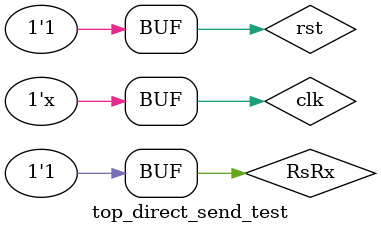
<source format=v>
`timescale 1ns / 1ps


module top_direct_send_test;

	// Inputs
	reg clk;
	reg rst;
	reg RsRx;

	// Outputs
	wire [7:0] Rx_data;
	wire RsTx;

	// Instantiate the Unit Under Test (UUT)
	top_direct_send uut (
		.clk(clk), 
		.rst(rst), 
		.RsRx(RsRx), 
		.Rx_data(Rx_data), 
		.RsTx(RsTx)
	);

	always #5 clk = ~clk;
	initial begin
		// Initialize Inputs
		clk = 0;
		rst = 1;
		RsRx = 0;
		
		// Wait 100 ns for global reset to finish
		#100;
		RsRx = 8'b10101010;
		
		#1000;
		RsRx = 8'b11000011;
		#1000;
		
        
		
		// Add stimulus here

	end
      
endmodule


</source>
